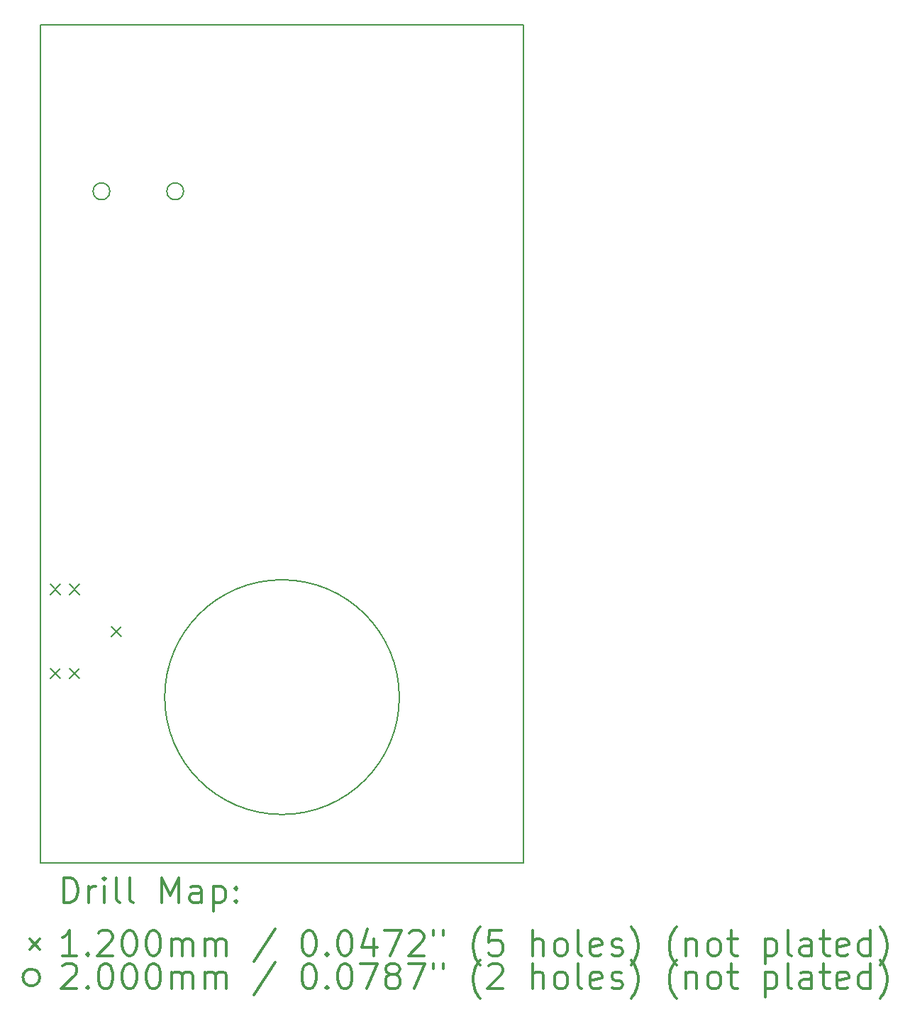
<source format=gbr>
%FSLAX45Y45*%
G04 Gerber Fmt 4.5, Leading zero omitted, Abs format (unit mm)*
G04 Created by KiCad (PCBNEW 5.1.12-84ad8e8a86~92~ubuntu20.04.1) date 2021-12-15 11:08:15*
%MOMM*%
%LPD*%
G01*
G04 APERTURE LIST*
%TA.AperFunction,Profile*%
%ADD10C,0.150000*%
%TD*%
%ADD11C,0.200000*%
%ADD12C,0.300000*%
G04 APERTURE END LIST*
D10*
X4285000Y-8019532D02*
G75*
G03*
X4285000Y-8019532I-1400000J0D01*
G01*
X0Y-10000000D02*
X0Y0D01*
X5770000Y-10000000D02*
X0Y-10000000D01*
X5770000Y0D02*
X5770000Y-10000000D01*
X0Y0D02*
X5770000Y0D01*
D11*
X121924Y-6673928D02*
X241924Y-6793928D01*
X241924Y-6673928D02*
X121924Y-6793928D01*
X121924Y-7673928D02*
X241924Y-7793928D01*
X241924Y-7673928D02*
X121924Y-7793928D01*
X346924Y-6673928D02*
X466924Y-6793928D01*
X466924Y-6673928D02*
X346924Y-6793928D01*
X346924Y-7673928D02*
X466924Y-7793928D01*
X466924Y-7673928D02*
X346924Y-7793928D01*
X846924Y-7173928D02*
X966924Y-7293928D01*
X966924Y-7173928D02*
X846924Y-7293928D01*
X830000Y-1985000D02*
G75*
G03*
X830000Y-1985000I-100000J0D01*
G01*
X1710000Y-1985000D02*
G75*
G03*
X1710000Y-1985000I-100000J0D01*
G01*
D12*
X278928Y-10473214D02*
X278928Y-10173214D01*
X350357Y-10173214D01*
X393214Y-10187500D01*
X421786Y-10216072D01*
X436071Y-10244643D01*
X450357Y-10301786D01*
X450357Y-10344643D01*
X436071Y-10401786D01*
X421786Y-10430357D01*
X393214Y-10458929D01*
X350357Y-10473214D01*
X278928Y-10473214D01*
X578928Y-10473214D02*
X578928Y-10273214D01*
X578928Y-10330357D02*
X593214Y-10301786D01*
X607500Y-10287500D01*
X636071Y-10273214D01*
X664643Y-10273214D01*
X764643Y-10473214D02*
X764643Y-10273214D01*
X764643Y-10173214D02*
X750357Y-10187500D01*
X764643Y-10201786D01*
X778928Y-10187500D01*
X764643Y-10173214D01*
X764643Y-10201786D01*
X950357Y-10473214D02*
X921786Y-10458929D01*
X907500Y-10430357D01*
X907500Y-10173214D01*
X1107500Y-10473214D02*
X1078928Y-10458929D01*
X1064643Y-10430357D01*
X1064643Y-10173214D01*
X1450357Y-10473214D02*
X1450357Y-10173214D01*
X1550357Y-10387500D01*
X1650357Y-10173214D01*
X1650357Y-10473214D01*
X1921786Y-10473214D02*
X1921786Y-10316072D01*
X1907500Y-10287500D01*
X1878928Y-10273214D01*
X1821786Y-10273214D01*
X1793214Y-10287500D01*
X1921786Y-10458929D02*
X1893214Y-10473214D01*
X1821786Y-10473214D01*
X1793214Y-10458929D01*
X1778928Y-10430357D01*
X1778928Y-10401786D01*
X1793214Y-10373214D01*
X1821786Y-10358929D01*
X1893214Y-10358929D01*
X1921786Y-10344643D01*
X2064643Y-10273214D02*
X2064643Y-10573214D01*
X2064643Y-10287500D02*
X2093214Y-10273214D01*
X2150357Y-10273214D01*
X2178928Y-10287500D01*
X2193214Y-10301786D01*
X2207500Y-10330357D01*
X2207500Y-10416072D01*
X2193214Y-10444643D01*
X2178928Y-10458929D01*
X2150357Y-10473214D01*
X2093214Y-10473214D01*
X2064643Y-10458929D01*
X2336071Y-10444643D02*
X2350357Y-10458929D01*
X2336071Y-10473214D01*
X2321786Y-10458929D01*
X2336071Y-10444643D01*
X2336071Y-10473214D01*
X2336071Y-10287500D02*
X2350357Y-10301786D01*
X2336071Y-10316072D01*
X2321786Y-10301786D01*
X2336071Y-10287500D01*
X2336071Y-10316072D01*
X-127500Y-10907500D02*
X-7500Y-11027500D01*
X-7500Y-10907500D02*
X-127500Y-11027500D01*
X436071Y-11103214D02*
X264643Y-11103214D01*
X350357Y-11103214D02*
X350357Y-10803214D01*
X321786Y-10846072D01*
X293214Y-10874643D01*
X264643Y-10888929D01*
X564643Y-11074643D02*
X578928Y-11088929D01*
X564643Y-11103214D01*
X550357Y-11088929D01*
X564643Y-11074643D01*
X564643Y-11103214D01*
X693214Y-10831786D02*
X707500Y-10817500D01*
X736071Y-10803214D01*
X807500Y-10803214D01*
X836071Y-10817500D01*
X850357Y-10831786D01*
X864643Y-10860357D01*
X864643Y-10888929D01*
X850357Y-10931786D01*
X678928Y-11103214D01*
X864643Y-11103214D01*
X1050357Y-10803214D02*
X1078928Y-10803214D01*
X1107500Y-10817500D01*
X1121786Y-10831786D01*
X1136071Y-10860357D01*
X1150357Y-10917500D01*
X1150357Y-10988929D01*
X1136071Y-11046072D01*
X1121786Y-11074643D01*
X1107500Y-11088929D01*
X1078928Y-11103214D01*
X1050357Y-11103214D01*
X1021786Y-11088929D01*
X1007500Y-11074643D01*
X993214Y-11046072D01*
X978928Y-10988929D01*
X978928Y-10917500D01*
X993214Y-10860357D01*
X1007500Y-10831786D01*
X1021786Y-10817500D01*
X1050357Y-10803214D01*
X1336071Y-10803214D02*
X1364643Y-10803214D01*
X1393214Y-10817500D01*
X1407500Y-10831786D01*
X1421786Y-10860357D01*
X1436071Y-10917500D01*
X1436071Y-10988929D01*
X1421786Y-11046072D01*
X1407500Y-11074643D01*
X1393214Y-11088929D01*
X1364643Y-11103214D01*
X1336071Y-11103214D01*
X1307500Y-11088929D01*
X1293214Y-11074643D01*
X1278928Y-11046072D01*
X1264643Y-10988929D01*
X1264643Y-10917500D01*
X1278928Y-10860357D01*
X1293214Y-10831786D01*
X1307500Y-10817500D01*
X1336071Y-10803214D01*
X1564643Y-11103214D02*
X1564643Y-10903214D01*
X1564643Y-10931786D02*
X1578928Y-10917500D01*
X1607500Y-10903214D01*
X1650357Y-10903214D01*
X1678928Y-10917500D01*
X1693214Y-10946072D01*
X1693214Y-11103214D01*
X1693214Y-10946072D02*
X1707500Y-10917500D01*
X1736071Y-10903214D01*
X1778928Y-10903214D01*
X1807500Y-10917500D01*
X1821786Y-10946072D01*
X1821786Y-11103214D01*
X1964643Y-11103214D02*
X1964643Y-10903214D01*
X1964643Y-10931786D02*
X1978928Y-10917500D01*
X2007500Y-10903214D01*
X2050357Y-10903214D01*
X2078928Y-10917500D01*
X2093214Y-10946072D01*
X2093214Y-11103214D01*
X2093214Y-10946072D02*
X2107500Y-10917500D01*
X2136071Y-10903214D01*
X2178928Y-10903214D01*
X2207500Y-10917500D01*
X2221786Y-10946072D01*
X2221786Y-11103214D01*
X2807500Y-10788929D02*
X2550357Y-11174643D01*
X3193214Y-10803214D02*
X3221786Y-10803214D01*
X3250357Y-10817500D01*
X3264643Y-10831786D01*
X3278928Y-10860357D01*
X3293214Y-10917500D01*
X3293214Y-10988929D01*
X3278928Y-11046072D01*
X3264643Y-11074643D01*
X3250357Y-11088929D01*
X3221786Y-11103214D01*
X3193214Y-11103214D01*
X3164643Y-11088929D01*
X3150357Y-11074643D01*
X3136071Y-11046072D01*
X3121786Y-10988929D01*
X3121786Y-10917500D01*
X3136071Y-10860357D01*
X3150357Y-10831786D01*
X3164643Y-10817500D01*
X3193214Y-10803214D01*
X3421786Y-11074643D02*
X3436071Y-11088929D01*
X3421786Y-11103214D01*
X3407500Y-11088929D01*
X3421786Y-11074643D01*
X3421786Y-11103214D01*
X3621786Y-10803214D02*
X3650357Y-10803214D01*
X3678928Y-10817500D01*
X3693214Y-10831786D01*
X3707500Y-10860357D01*
X3721786Y-10917500D01*
X3721786Y-10988929D01*
X3707500Y-11046072D01*
X3693214Y-11074643D01*
X3678928Y-11088929D01*
X3650357Y-11103214D01*
X3621786Y-11103214D01*
X3593214Y-11088929D01*
X3578928Y-11074643D01*
X3564643Y-11046072D01*
X3550357Y-10988929D01*
X3550357Y-10917500D01*
X3564643Y-10860357D01*
X3578928Y-10831786D01*
X3593214Y-10817500D01*
X3621786Y-10803214D01*
X3978928Y-10903214D02*
X3978928Y-11103214D01*
X3907500Y-10788929D02*
X3836071Y-11003214D01*
X4021786Y-11003214D01*
X4107500Y-10803214D02*
X4307500Y-10803214D01*
X4178928Y-11103214D01*
X4407500Y-10831786D02*
X4421786Y-10817500D01*
X4450357Y-10803214D01*
X4521786Y-10803214D01*
X4550357Y-10817500D01*
X4564643Y-10831786D01*
X4578928Y-10860357D01*
X4578928Y-10888929D01*
X4564643Y-10931786D01*
X4393214Y-11103214D01*
X4578928Y-11103214D01*
X4693214Y-10803214D02*
X4693214Y-10860357D01*
X4807500Y-10803214D02*
X4807500Y-10860357D01*
X5250357Y-11217500D02*
X5236071Y-11203214D01*
X5207500Y-11160357D01*
X5193214Y-11131786D01*
X5178928Y-11088929D01*
X5164643Y-11017500D01*
X5164643Y-10960357D01*
X5178928Y-10888929D01*
X5193214Y-10846072D01*
X5207500Y-10817500D01*
X5236071Y-10774643D01*
X5250357Y-10760357D01*
X5507500Y-10803214D02*
X5364643Y-10803214D01*
X5350357Y-10946072D01*
X5364643Y-10931786D01*
X5393214Y-10917500D01*
X5464643Y-10917500D01*
X5493214Y-10931786D01*
X5507500Y-10946072D01*
X5521786Y-10974643D01*
X5521786Y-11046072D01*
X5507500Y-11074643D01*
X5493214Y-11088929D01*
X5464643Y-11103214D01*
X5393214Y-11103214D01*
X5364643Y-11088929D01*
X5350357Y-11074643D01*
X5878928Y-11103214D02*
X5878928Y-10803214D01*
X6007500Y-11103214D02*
X6007500Y-10946072D01*
X5993214Y-10917500D01*
X5964643Y-10903214D01*
X5921786Y-10903214D01*
X5893214Y-10917500D01*
X5878928Y-10931786D01*
X6193214Y-11103214D02*
X6164643Y-11088929D01*
X6150357Y-11074643D01*
X6136071Y-11046072D01*
X6136071Y-10960357D01*
X6150357Y-10931786D01*
X6164643Y-10917500D01*
X6193214Y-10903214D01*
X6236071Y-10903214D01*
X6264643Y-10917500D01*
X6278928Y-10931786D01*
X6293214Y-10960357D01*
X6293214Y-11046072D01*
X6278928Y-11074643D01*
X6264643Y-11088929D01*
X6236071Y-11103214D01*
X6193214Y-11103214D01*
X6464643Y-11103214D02*
X6436071Y-11088929D01*
X6421786Y-11060357D01*
X6421786Y-10803214D01*
X6693214Y-11088929D02*
X6664643Y-11103214D01*
X6607500Y-11103214D01*
X6578928Y-11088929D01*
X6564643Y-11060357D01*
X6564643Y-10946072D01*
X6578928Y-10917500D01*
X6607500Y-10903214D01*
X6664643Y-10903214D01*
X6693214Y-10917500D01*
X6707500Y-10946072D01*
X6707500Y-10974643D01*
X6564643Y-11003214D01*
X6821786Y-11088929D02*
X6850357Y-11103214D01*
X6907500Y-11103214D01*
X6936071Y-11088929D01*
X6950357Y-11060357D01*
X6950357Y-11046072D01*
X6936071Y-11017500D01*
X6907500Y-11003214D01*
X6864643Y-11003214D01*
X6836071Y-10988929D01*
X6821786Y-10960357D01*
X6821786Y-10946072D01*
X6836071Y-10917500D01*
X6864643Y-10903214D01*
X6907500Y-10903214D01*
X6936071Y-10917500D01*
X7050357Y-11217500D02*
X7064643Y-11203214D01*
X7093214Y-11160357D01*
X7107500Y-11131786D01*
X7121786Y-11088929D01*
X7136071Y-11017500D01*
X7136071Y-10960357D01*
X7121786Y-10888929D01*
X7107500Y-10846072D01*
X7093214Y-10817500D01*
X7064643Y-10774643D01*
X7050357Y-10760357D01*
X7593214Y-11217500D02*
X7578928Y-11203214D01*
X7550357Y-11160357D01*
X7536071Y-11131786D01*
X7521786Y-11088929D01*
X7507500Y-11017500D01*
X7507500Y-10960357D01*
X7521786Y-10888929D01*
X7536071Y-10846072D01*
X7550357Y-10817500D01*
X7578928Y-10774643D01*
X7593214Y-10760357D01*
X7707500Y-10903214D02*
X7707500Y-11103214D01*
X7707500Y-10931786D02*
X7721786Y-10917500D01*
X7750357Y-10903214D01*
X7793214Y-10903214D01*
X7821786Y-10917500D01*
X7836071Y-10946072D01*
X7836071Y-11103214D01*
X8021786Y-11103214D02*
X7993214Y-11088929D01*
X7978928Y-11074643D01*
X7964643Y-11046072D01*
X7964643Y-10960357D01*
X7978928Y-10931786D01*
X7993214Y-10917500D01*
X8021786Y-10903214D01*
X8064643Y-10903214D01*
X8093214Y-10917500D01*
X8107500Y-10931786D01*
X8121786Y-10960357D01*
X8121786Y-11046072D01*
X8107500Y-11074643D01*
X8093214Y-11088929D01*
X8064643Y-11103214D01*
X8021786Y-11103214D01*
X8207500Y-10903214D02*
X8321786Y-10903214D01*
X8250357Y-10803214D02*
X8250357Y-11060357D01*
X8264643Y-11088929D01*
X8293214Y-11103214D01*
X8321786Y-11103214D01*
X8650357Y-10903214D02*
X8650357Y-11203214D01*
X8650357Y-10917500D02*
X8678928Y-10903214D01*
X8736071Y-10903214D01*
X8764643Y-10917500D01*
X8778928Y-10931786D01*
X8793214Y-10960357D01*
X8793214Y-11046072D01*
X8778928Y-11074643D01*
X8764643Y-11088929D01*
X8736071Y-11103214D01*
X8678928Y-11103214D01*
X8650357Y-11088929D01*
X8964643Y-11103214D02*
X8936071Y-11088929D01*
X8921786Y-11060357D01*
X8921786Y-10803214D01*
X9207500Y-11103214D02*
X9207500Y-10946072D01*
X9193214Y-10917500D01*
X9164643Y-10903214D01*
X9107500Y-10903214D01*
X9078928Y-10917500D01*
X9207500Y-11088929D02*
X9178928Y-11103214D01*
X9107500Y-11103214D01*
X9078928Y-11088929D01*
X9064643Y-11060357D01*
X9064643Y-11031786D01*
X9078928Y-11003214D01*
X9107500Y-10988929D01*
X9178928Y-10988929D01*
X9207500Y-10974643D01*
X9307500Y-10903214D02*
X9421786Y-10903214D01*
X9350357Y-10803214D02*
X9350357Y-11060357D01*
X9364643Y-11088929D01*
X9393214Y-11103214D01*
X9421786Y-11103214D01*
X9636071Y-11088929D02*
X9607500Y-11103214D01*
X9550357Y-11103214D01*
X9521786Y-11088929D01*
X9507500Y-11060357D01*
X9507500Y-10946072D01*
X9521786Y-10917500D01*
X9550357Y-10903214D01*
X9607500Y-10903214D01*
X9636071Y-10917500D01*
X9650357Y-10946072D01*
X9650357Y-10974643D01*
X9507500Y-11003214D01*
X9907500Y-11103214D02*
X9907500Y-10803214D01*
X9907500Y-11088929D02*
X9878928Y-11103214D01*
X9821786Y-11103214D01*
X9793214Y-11088929D01*
X9778928Y-11074643D01*
X9764643Y-11046072D01*
X9764643Y-10960357D01*
X9778928Y-10931786D01*
X9793214Y-10917500D01*
X9821786Y-10903214D01*
X9878928Y-10903214D01*
X9907500Y-10917500D01*
X10021786Y-11217500D02*
X10036071Y-11203214D01*
X10064643Y-11160357D01*
X10078928Y-11131786D01*
X10093214Y-11088929D01*
X10107500Y-11017500D01*
X10107500Y-10960357D01*
X10093214Y-10888929D01*
X10078928Y-10846072D01*
X10064643Y-10817500D01*
X10036071Y-10774643D01*
X10021786Y-10760357D01*
X-7500Y-11363500D02*
G75*
G03*
X-7500Y-11363500I-100000J0D01*
G01*
X264643Y-11227786D02*
X278928Y-11213500D01*
X307500Y-11199214D01*
X378928Y-11199214D01*
X407500Y-11213500D01*
X421786Y-11227786D01*
X436071Y-11256357D01*
X436071Y-11284929D01*
X421786Y-11327786D01*
X250357Y-11499214D01*
X436071Y-11499214D01*
X564643Y-11470643D02*
X578928Y-11484929D01*
X564643Y-11499214D01*
X550357Y-11484929D01*
X564643Y-11470643D01*
X564643Y-11499214D01*
X764643Y-11199214D02*
X793214Y-11199214D01*
X821786Y-11213500D01*
X836071Y-11227786D01*
X850357Y-11256357D01*
X864643Y-11313500D01*
X864643Y-11384929D01*
X850357Y-11442071D01*
X836071Y-11470643D01*
X821786Y-11484929D01*
X793214Y-11499214D01*
X764643Y-11499214D01*
X736071Y-11484929D01*
X721786Y-11470643D01*
X707500Y-11442071D01*
X693214Y-11384929D01*
X693214Y-11313500D01*
X707500Y-11256357D01*
X721786Y-11227786D01*
X736071Y-11213500D01*
X764643Y-11199214D01*
X1050357Y-11199214D02*
X1078928Y-11199214D01*
X1107500Y-11213500D01*
X1121786Y-11227786D01*
X1136071Y-11256357D01*
X1150357Y-11313500D01*
X1150357Y-11384929D01*
X1136071Y-11442071D01*
X1121786Y-11470643D01*
X1107500Y-11484929D01*
X1078928Y-11499214D01*
X1050357Y-11499214D01*
X1021786Y-11484929D01*
X1007500Y-11470643D01*
X993214Y-11442071D01*
X978928Y-11384929D01*
X978928Y-11313500D01*
X993214Y-11256357D01*
X1007500Y-11227786D01*
X1021786Y-11213500D01*
X1050357Y-11199214D01*
X1336071Y-11199214D02*
X1364643Y-11199214D01*
X1393214Y-11213500D01*
X1407500Y-11227786D01*
X1421786Y-11256357D01*
X1436071Y-11313500D01*
X1436071Y-11384929D01*
X1421786Y-11442071D01*
X1407500Y-11470643D01*
X1393214Y-11484929D01*
X1364643Y-11499214D01*
X1336071Y-11499214D01*
X1307500Y-11484929D01*
X1293214Y-11470643D01*
X1278928Y-11442071D01*
X1264643Y-11384929D01*
X1264643Y-11313500D01*
X1278928Y-11256357D01*
X1293214Y-11227786D01*
X1307500Y-11213500D01*
X1336071Y-11199214D01*
X1564643Y-11499214D02*
X1564643Y-11299214D01*
X1564643Y-11327786D02*
X1578928Y-11313500D01*
X1607500Y-11299214D01*
X1650357Y-11299214D01*
X1678928Y-11313500D01*
X1693214Y-11342071D01*
X1693214Y-11499214D01*
X1693214Y-11342071D02*
X1707500Y-11313500D01*
X1736071Y-11299214D01*
X1778928Y-11299214D01*
X1807500Y-11313500D01*
X1821786Y-11342071D01*
X1821786Y-11499214D01*
X1964643Y-11499214D02*
X1964643Y-11299214D01*
X1964643Y-11327786D02*
X1978928Y-11313500D01*
X2007500Y-11299214D01*
X2050357Y-11299214D01*
X2078928Y-11313500D01*
X2093214Y-11342071D01*
X2093214Y-11499214D01*
X2093214Y-11342071D02*
X2107500Y-11313500D01*
X2136071Y-11299214D01*
X2178928Y-11299214D01*
X2207500Y-11313500D01*
X2221786Y-11342071D01*
X2221786Y-11499214D01*
X2807500Y-11184929D02*
X2550357Y-11570643D01*
X3193214Y-11199214D02*
X3221786Y-11199214D01*
X3250357Y-11213500D01*
X3264643Y-11227786D01*
X3278928Y-11256357D01*
X3293214Y-11313500D01*
X3293214Y-11384929D01*
X3278928Y-11442071D01*
X3264643Y-11470643D01*
X3250357Y-11484929D01*
X3221786Y-11499214D01*
X3193214Y-11499214D01*
X3164643Y-11484929D01*
X3150357Y-11470643D01*
X3136071Y-11442071D01*
X3121786Y-11384929D01*
X3121786Y-11313500D01*
X3136071Y-11256357D01*
X3150357Y-11227786D01*
X3164643Y-11213500D01*
X3193214Y-11199214D01*
X3421786Y-11470643D02*
X3436071Y-11484929D01*
X3421786Y-11499214D01*
X3407500Y-11484929D01*
X3421786Y-11470643D01*
X3421786Y-11499214D01*
X3621786Y-11199214D02*
X3650357Y-11199214D01*
X3678928Y-11213500D01*
X3693214Y-11227786D01*
X3707500Y-11256357D01*
X3721786Y-11313500D01*
X3721786Y-11384929D01*
X3707500Y-11442071D01*
X3693214Y-11470643D01*
X3678928Y-11484929D01*
X3650357Y-11499214D01*
X3621786Y-11499214D01*
X3593214Y-11484929D01*
X3578928Y-11470643D01*
X3564643Y-11442071D01*
X3550357Y-11384929D01*
X3550357Y-11313500D01*
X3564643Y-11256357D01*
X3578928Y-11227786D01*
X3593214Y-11213500D01*
X3621786Y-11199214D01*
X3821786Y-11199214D02*
X4021786Y-11199214D01*
X3893214Y-11499214D01*
X4178928Y-11327786D02*
X4150357Y-11313500D01*
X4136071Y-11299214D01*
X4121786Y-11270643D01*
X4121786Y-11256357D01*
X4136071Y-11227786D01*
X4150357Y-11213500D01*
X4178928Y-11199214D01*
X4236071Y-11199214D01*
X4264643Y-11213500D01*
X4278928Y-11227786D01*
X4293214Y-11256357D01*
X4293214Y-11270643D01*
X4278928Y-11299214D01*
X4264643Y-11313500D01*
X4236071Y-11327786D01*
X4178928Y-11327786D01*
X4150357Y-11342071D01*
X4136071Y-11356357D01*
X4121786Y-11384929D01*
X4121786Y-11442071D01*
X4136071Y-11470643D01*
X4150357Y-11484929D01*
X4178928Y-11499214D01*
X4236071Y-11499214D01*
X4264643Y-11484929D01*
X4278928Y-11470643D01*
X4293214Y-11442071D01*
X4293214Y-11384929D01*
X4278928Y-11356357D01*
X4264643Y-11342071D01*
X4236071Y-11327786D01*
X4393214Y-11199214D02*
X4593214Y-11199214D01*
X4464643Y-11499214D01*
X4693214Y-11199214D02*
X4693214Y-11256357D01*
X4807500Y-11199214D02*
X4807500Y-11256357D01*
X5250357Y-11613500D02*
X5236071Y-11599214D01*
X5207500Y-11556357D01*
X5193214Y-11527786D01*
X5178928Y-11484929D01*
X5164643Y-11413500D01*
X5164643Y-11356357D01*
X5178928Y-11284929D01*
X5193214Y-11242071D01*
X5207500Y-11213500D01*
X5236071Y-11170643D01*
X5250357Y-11156357D01*
X5350357Y-11227786D02*
X5364643Y-11213500D01*
X5393214Y-11199214D01*
X5464643Y-11199214D01*
X5493214Y-11213500D01*
X5507500Y-11227786D01*
X5521786Y-11256357D01*
X5521786Y-11284929D01*
X5507500Y-11327786D01*
X5336071Y-11499214D01*
X5521786Y-11499214D01*
X5878928Y-11499214D02*
X5878928Y-11199214D01*
X6007500Y-11499214D02*
X6007500Y-11342071D01*
X5993214Y-11313500D01*
X5964643Y-11299214D01*
X5921786Y-11299214D01*
X5893214Y-11313500D01*
X5878928Y-11327786D01*
X6193214Y-11499214D02*
X6164643Y-11484929D01*
X6150357Y-11470643D01*
X6136071Y-11442071D01*
X6136071Y-11356357D01*
X6150357Y-11327786D01*
X6164643Y-11313500D01*
X6193214Y-11299214D01*
X6236071Y-11299214D01*
X6264643Y-11313500D01*
X6278928Y-11327786D01*
X6293214Y-11356357D01*
X6293214Y-11442071D01*
X6278928Y-11470643D01*
X6264643Y-11484929D01*
X6236071Y-11499214D01*
X6193214Y-11499214D01*
X6464643Y-11499214D02*
X6436071Y-11484929D01*
X6421786Y-11456357D01*
X6421786Y-11199214D01*
X6693214Y-11484929D02*
X6664643Y-11499214D01*
X6607500Y-11499214D01*
X6578928Y-11484929D01*
X6564643Y-11456357D01*
X6564643Y-11342071D01*
X6578928Y-11313500D01*
X6607500Y-11299214D01*
X6664643Y-11299214D01*
X6693214Y-11313500D01*
X6707500Y-11342071D01*
X6707500Y-11370643D01*
X6564643Y-11399214D01*
X6821786Y-11484929D02*
X6850357Y-11499214D01*
X6907500Y-11499214D01*
X6936071Y-11484929D01*
X6950357Y-11456357D01*
X6950357Y-11442071D01*
X6936071Y-11413500D01*
X6907500Y-11399214D01*
X6864643Y-11399214D01*
X6836071Y-11384929D01*
X6821786Y-11356357D01*
X6821786Y-11342071D01*
X6836071Y-11313500D01*
X6864643Y-11299214D01*
X6907500Y-11299214D01*
X6936071Y-11313500D01*
X7050357Y-11613500D02*
X7064643Y-11599214D01*
X7093214Y-11556357D01*
X7107500Y-11527786D01*
X7121786Y-11484929D01*
X7136071Y-11413500D01*
X7136071Y-11356357D01*
X7121786Y-11284929D01*
X7107500Y-11242071D01*
X7093214Y-11213500D01*
X7064643Y-11170643D01*
X7050357Y-11156357D01*
X7593214Y-11613500D02*
X7578928Y-11599214D01*
X7550357Y-11556357D01*
X7536071Y-11527786D01*
X7521786Y-11484929D01*
X7507500Y-11413500D01*
X7507500Y-11356357D01*
X7521786Y-11284929D01*
X7536071Y-11242071D01*
X7550357Y-11213500D01*
X7578928Y-11170643D01*
X7593214Y-11156357D01*
X7707500Y-11299214D02*
X7707500Y-11499214D01*
X7707500Y-11327786D02*
X7721786Y-11313500D01*
X7750357Y-11299214D01*
X7793214Y-11299214D01*
X7821786Y-11313500D01*
X7836071Y-11342071D01*
X7836071Y-11499214D01*
X8021786Y-11499214D02*
X7993214Y-11484929D01*
X7978928Y-11470643D01*
X7964643Y-11442071D01*
X7964643Y-11356357D01*
X7978928Y-11327786D01*
X7993214Y-11313500D01*
X8021786Y-11299214D01*
X8064643Y-11299214D01*
X8093214Y-11313500D01*
X8107500Y-11327786D01*
X8121786Y-11356357D01*
X8121786Y-11442071D01*
X8107500Y-11470643D01*
X8093214Y-11484929D01*
X8064643Y-11499214D01*
X8021786Y-11499214D01*
X8207500Y-11299214D02*
X8321786Y-11299214D01*
X8250357Y-11199214D02*
X8250357Y-11456357D01*
X8264643Y-11484929D01*
X8293214Y-11499214D01*
X8321786Y-11499214D01*
X8650357Y-11299214D02*
X8650357Y-11599214D01*
X8650357Y-11313500D02*
X8678928Y-11299214D01*
X8736071Y-11299214D01*
X8764643Y-11313500D01*
X8778928Y-11327786D01*
X8793214Y-11356357D01*
X8793214Y-11442071D01*
X8778928Y-11470643D01*
X8764643Y-11484929D01*
X8736071Y-11499214D01*
X8678928Y-11499214D01*
X8650357Y-11484929D01*
X8964643Y-11499214D02*
X8936071Y-11484929D01*
X8921786Y-11456357D01*
X8921786Y-11199214D01*
X9207500Y-11499214D02*
X9207500Y-11342071D01*
X9193214Y-11313500D01*
X9164643Y-11299214D01*
X9107500Y-11299214D01*
X9078928Y-11313500D01*
X9207500Y-11484929D02*
X9178928Y-11499214D01*
X9107500Y-11499214D01*
X9078928Y-11484929D01*
X9064643Y-11456357D01*
X9064643Y-11427786D01*
X9078928Y-11399214D01*
X9107500Y-11384929D01*
X9178928Y-11384929D01*
X9207500Y-11370643D01*
X9307500Y-11299214D02*
X9421786Y-11299214D01*
X9350357Y-11199214D02*
X9350357Y-11456357D01*
X9364643Y-11484929D01*
X9393214Y-11499214D01*
X9421786Y-11499214D01*
X9636071Y-11484929D02*
X9607500Y-11499214D01*
X9550357Y-11499214D01*
X9521786Y-11484929D01*
X9507500Y-11456357D01*
X9507500Y-11342071D01*
X9521786Y-11313500D01*
X9550357Y-11299214D01*
X9607500Y-11299214D01*
X9636071Y-11313500D01*
X9650357Y-11342071D01*
X9650357Y-11370643D01*
X9507500Y-11399214D01*
X9907500Y-11499214D02*
X9907500Y-11199214D01*
X9907500Y-11484929D02*
X9878928Y-11499214D01*
X9821786Y-11499214D01*
X9793214Y-11484929D01*
X9778928Y-11470643D01*
X9764643Y-11442071D01*
X9764643Y-11356357D01*
X9778928Y-11327786D01*
X9793214Y-11313500D01*
X9821786Y-11299214D01*
X9878928Y-11299214D01*
X9907500Y-11313500D01*
X10021786Y-11613500D02*
X10036071Y-11599214D01*
X10064643Y-11556357D01*
X10078928Y-11527786D01*
X10093214Y-11484929D01*
X10107500Y-11413500D01*
X10107500Y-11356357D01*
X10093214Y-11284929D01*
X10078928Y-11242071D01*
X10064643Y-11213500D01*
X10036071Y-11170643D01*
X10021786Y-11156357D01*
M02*

</source>
